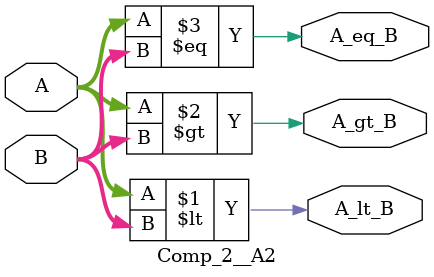
<source format=v>
module Comp_2__A2 (output A_lt_B,A_gt_B,A_eq_B, input [1:0] A,B);

assign A_lt_B = (A<B);
assign A_gt_B = (A>B);
assign A_eq_B = (A==B);

endmodule 
</source>
